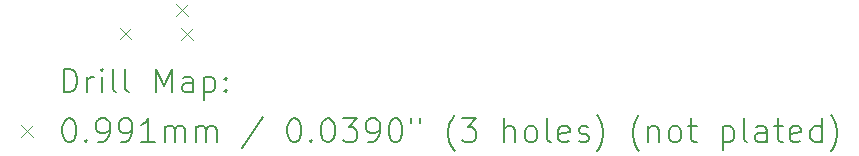
<source format=gbr>
%TF.GenerationSoftware,KiCad,Pcbnew,7.0.8*%
%TF.CreationDate,2023-10-18T19:22:32-04:00*%
%TF.ProjectId,lemon-pepper,6c656d6f-6e2d-4706-9570-7065722e6b69,rev?*%
%TF.SameCoordinates,Original*%
%TF.FileFunction,Drillmap*%
%TF.FilePolarity,Positive*%
%FSLAX45Y45*%
G04 Gerber Fmt 4.5, Leading zero omitted, Abs format (unit mm)*
G04 Created by KiCad (PCBNEW 7.0.8) date 2023-10-18 19:22:32*
%MOMM*%
%LPD*%
G01*
G04 APERTURE LIST*
%ADD10C,0.200000*%
%ADD11C,0.099060*%
G04 APERTURE END LIST*
D10*
D11*
X13608637Y-10216436D02*
X13707697Y-10315496D01*
X13707697Y-10216436D02*
X13608637Y-10315496D01*
X14087917Y-10019771D02*
X14186977Y-10118831D01*
X14186977Y-10019771D02*
X14087917Y-10118831D01*
X14126689Y-10219238D02*
X14225749Y-10318298D01*
X14225749Y-10219238D02*
X14126689Y-10318298D01*
D10*
X13133277Y-10766484D02*
X13133277Y-10566484D01*
X13133277Y-10566484D02*
X13180896Y-10566484D01*
X13180896Y-10566484D02*
X13209467Y-10576008D01*
X13209467Y-10576008D02*
X13228515Y-10595055D01*
X13228515Y-10595055D02*
X13238039Y-10614103D01*
X13238039Y-10614103D02*
X13247562Y-10652198D01*
X13247562Y-10652198D02*
X13247562Y-10680770D01*
X13247562Y-10680770D02*
X13238039Y-10718865D01*
X13238039Y-10718865D02*
X13228515Y-10737912D01*
X13228515Y-10737912D02*
X13209467Y-10756960D01*
X13209467Y-10756960D02*
X13180896Y-10766484D01*
X13180896Y-10766484D02*
X13133277Y-10766484D01*
X13333277Y-10766484D02*
X13333277Y-10633150D01*
X13333277Y-10671246D02*
X13342801Y-10652198D01*
X13342801Y-10652198D02*
X13352324Y-10642674D01*
X13352324Y-10642674D02*
X13371372Y-10633150D01*
X13371372Y-10633150D02*
X13390420Y-10633150D01*
X13457086Y-10766484D02*
X13457086Y-10633150D01*
X13457086Y-10566484D02*
X13447562Y-10576008D01*
X13447562Y-10576008D02*
X13457086Y-10585531D01*
X13457086Y-10585531D02*
X13466610Y-10576008D01*
X13466610Y-10576008D02*
X13457086Y-10566484D01*
X13457086Y-10566484D02*
X13457086Y-10585531D01*
X13580896Y-10766484D02*
X13561848Y-10756960D01*
X13561848Y-10756960D02*
X13552324Y-10737912D01*
X13552324Y-10737912D02*
X13552324Y-10566484D01*
X13685658Y-10766484D02*
X13666610Y-10756960D01*
X13666610Y-10756960D02*
X13657086Y-10737912D01*
X13657086Y-10737912D02*
X13657086Y-10566484D01*
X13914229Y-10766484D02*
X13914229Y-10566484D01*
X13914229Y-10566484D02*
X13980896Y-10709341D01*
X13980896Y-10709341D02*
X14047562Y-10566484D01*
X14047562Y-10566484D02*
X14047562Y-10766484D01*
X14228515Y-10766484D02*
X14228515Y-10661722D01*
X14228515Y-10661722D02*
X14218991Y-10642674D01*
X14218991Y-10642674D02*
X14199943Y-10633150D01*
X14199943Y-10633150D02*
X14161848Y-10633150D01*
X14161848Y-10633150D02*
X14142801Y-10642674D01*
X14228515Y-10756960D02*
X14209467Y-10766484D01*
X14209467Y-10766484D02*
X14161848Y-10766484D01*
X14161848Y-10766484D02*
X14142801Y-10756960D01*
X14142801Y-10756960D02*
X14133277Y-10737912D01*
X14133277Y-10737912D02*
X14133277Y-10718865D01*
X14133277Y-10718865D02*
X14142801Y-10699817D01*
X14142801Y-10699817D02*
X14161848Y-10690293D01*
X14161848Y-10690293D02*
X14209467Y-10690293D01*
X14209467Y-10690293D02*
X14228515Y-10680770D01*
X14323753Y-10633150D02*
X14323753Y-10833150D01*
X14323753Y-10642674D02*
X14342801Y-10633150D01*
X14342801Y-10633150D02*
X14380896Y-10633150D01*
X14380896Y-10633150D02*
X14399943Y-10642674D01*
X14399943Y-10642674D02*
X14409467Y-10652198D01*
X14409467Y-10652198D02*
X14418991Y-10671246D01*
X14418991Y-10671246D02*
X14418991Y-10728389D01*
X14418991Y-10728389D02*
X14409467Y-10747436D01*
X14409467Y-10747436D02*
X14399943Y-10756960D01*
X14399943Y-10756960D02*
X14380896Y-10766484D01*
X14380896Y-10766484D02*
X14342801Y-10766484D01*
X14342801Y-10766484D02*
X14323753Y-10756960D01*
X14504705Y-10747436D02*
X14514229Y-10756960D01*
X14514229Y-10756960D02*
X14504705Y-10766484D01*
X14504705Y-10766484D02*
X14495182Y-10756960D01*
X14495182Y-10756960D02*
X14504705Y-10747436D01*
X14504705Y-10747436D02*
X14504705Y-10766484D01*
X14504705Y-10642674D02*
X14514229Y-10652198D01*
X14514229Y-10652198D02*
X14504705Y-10661722D01*
X14504705Y-10661722D02*
X14495182Y-10652198D01*
X14495182Y-10652198D02*
X14504705Y-10642674D01*
X14504705Y-10642674D02*
X14504705Y-10661722D01*
D11*
X12773440Y-11045470D02*
X12872500Y-11144530D01*
X12872500Y-11045470D02*
X12773440Y-11144530D01*
D10*
X13171372Y-10986484D02*
X13190420Y-10986484D01*
X13190420Y-10986484D02*
X13209467Y-10996008D01*
X13209467Y-10996008D02*
X13218991Y-11005531D01*
X13218991Y-11005531D02*
X13228515Y-11024579D01*
X13228515Y-11024579D02*
X13238039Y-11062674D01*
X13238039Y-11062674D02*
X13238039Y-11110293D01*
X13238039Y-11110293D02*
X13228515Y-11148389D01*
X13228515Y-11148389D02*
X13218991Y-11167436D01*
X13218991Y-11167436D02*
X13209467Y-11176960D01*
X13209467Y-11176960D02*
X13190420Y-11186484D01*
X13190420Y-11186484D02*
X13171372Y-11186484D01*
X13171372Y-11186484D02*
X13152324Y-11176960D01*
X13152324Y-11176960D02*
X13142801Y-11167436D01*
X13142801Y-11167436D02*
X13133277Y-11148389D01*
X13133277Y-11148389D02*
X13123753Y-11110293D01*
X13123753Y-11110293D02*
X13123753Y-11062674D01*
X13123753Y-11062674D02*
X13133277Y-11024579D01*
X13133277Y-11024579D02*
X13142801Y-11005531D01*
X13142801Y-11005531D02*
X13152324Y-10996008D01*
X13152324Y-10996008D02*
X13171372Y-10986484D01*
X13323753Y-11167436D02*
X13333277Y-11176960D01*
X13333277Y-11176960D02*
X13323753Y-11186484D01*
X13323753Y-11186484D02*
X13314229Y-11176960D01*
X13314229Y-11176960D02*
X13323753Y-11167436D01*
X13323753Y-11167436D02*
X13323753Y-11186484D01*
X13428515Y-11186484D02*
X13466610Y-11186484D01*
X13466610Y-11186484D02*
X13485658Y-11176960D01*
X13485658Y-11176960D02*
X13495182Y-11167436D01*
X13495182Y-11167436D02*
X13514229Y-11138865D01*
X13514229Y-11138865D02*
X13523753Y-11100770D01*
X13523753Y-11100770D02*
X13523753Y-11024579D01*
X13523753Y-11024579D02*
X13514229Y-11005531D01*
X13514229Y-11005531D02*
X13504705Y-10996008D01*
X13504705Y-10996008D02*
X13485658Y-10986484D01*
X13485658Y-10986484D02*
X13447562Y-10986484D01*
X13447562Y-10986484D02*
X13428515Y-10996008D01*
X13428515Y-10996008D02*
X13418991Y-11005531D01*
X13418991Y-11005531D02*
X13409467Y-11024579D01*
X13409467Y-11024579D02*
X13409467Y-11072198D01*
X13409467Y-11072198D02*
X13418991Y-11091246D01*
X13418991Y-11091246D02*
X13428515Y-11100770D01*
X13428515Y-11100770D02*
X13447562Y-11110293D01*
X13447562Y-11110293D02*
X13485658Y-11110293D01*
X13485658Y-11110293D02*
X13504705Y-11100770D01*
X13504705Y-11100770D02*
X13514229Y-11091246D01*
X13514229Y-11091246D02*
X13523753Y-11072198D01*
X13618991Y-11186484D02*
X13657086Y-11186484D01*
X13657086Y-11186484D02*
X13676134Y-11176960D01*
X13676134Y-11176960D02*
X13685658Y-11167436D01*
X13685658Y-11167436D02*
X13704705Y-11138865D01*
X13704705Y-11138865D02*
X13714229Y-11100770D01*
X13714229Y-11100770D02*
X13714229Y-11024579D01*
X13714229Y-11024579D02*
X13704705Y-11005531D01*
X13704705Y-11005531D02*
X13695182Y-10996008D01*
X13695182Y-10996008D02*
X13676134Y-10986484D01*
X13676134Y-10986484D02*
X13638039Y-10986484D01*
X13638039Y-10986484D02*
X13618991Y-10996008D01*
X13618991Y-10996008D02*
X13609467Y-11005531D01*
X13609467Y-11005531D02*
X13599943Y-11024579D01*
X13599943Y-11024579D02*
X13599943Y-11072198D01*
X13599943Y-11072198D02*
X13609467Y-11091246D01*
X13609467Y-11091246D02*
X13618991Y-11100770D01*
X13618991Y-11100770D02*
X13638039Y-11110293D01*
X13638039Y-11110293D02*
X13676134Y-11110293D01*
X13676134Y-11110293D02*
X13695182Y-11100770D01*
X13695182Y-11100770D02*
X13704705Y-11091246D01*
X13704705Y-11091246D02*
X13714229Y-11072198D01*
X13904705Y-11186484D02*
X13790420Y-11186484D01*
X13847562Y-11186484D02*
X13847562Y-10986484D01*
X13847562Y-10986484D02*
X13828515Y-11015055D01*
X13828515Y-11015055D02*
X13809467Y-11034103D01*
X13809467Y-11034103D02*
X13790420Y-11043627D01*
X13990420Y-11186484D02*
X13990420Y-11053150D01*
X13990420Y-11072198D02*
X13999943Y-11062674D01*
X13999943Y-11062674D02*
X14018991Y-11053150D01*
X14018991Y-11053150D02*
X14047563Y-11053150D01*
X14047563Y-11053150D02*
X14066610Y-11062674D01*
X14066610Y-11062674D02*
X14076134Y-11081722D01*
X14076134Y-11081722D02*
X14076134Y-11186484D01*
X14076134Y-11081722D02*
X14085658Y-11062674D01*
X14085658Y-11062674D02*
X14104705Y-11053150D01*
X14104705Y-11053150D02*
X14133277Y-11053150D01*
X14133277Y-11053150D02*
X14152324Y-11062674D01*
X14152324Y-11062674D02*
X14161848Y-11081722D01*
X14161848Y-11081722D02*
X14161848Y-11186484D01*
X14257086Y-11186484D02*
X14257086Y-11053150D01*
X14257086Y-11072198D02*
X14266610Y-11062674D01*
X14266610Y-11062674D02*
X14285658Y-11053150D01*
X14285658Y-11053150D02*
X14314229Y-11053150D01*
X14314229Y-11053150D02*
X14333277Y-11062674D01*
X14333277Y-11062674D02*
X14342801Y-11081722D01*
X14342801Y-11081722D02*
X14342801Y-11186484D01*
X14342801Y-11081722D02*
X14352324Y-11062674D01*
X14352324Y-11062674D02*
X14371372Y-11053150D01*
X14371372Y-11053150D02*
X14399943Y-11053150D01*
X14399943Y-11053150D02*
X14418991Y-11062674D01*
X14418991Y-11062674D02*
X14428515Y-11081722D01*
X14428515Y-11081722D02*
X14428515Y-11186484D01*
X14818991Y-10976960D02*
X14647563Y-11234103D01*
X15076134Y-10986484D02*
X15095182Y-10986484D01*
X15095182Y-10986484D02*
X15114229Y-10996008D01*
X15114229Y-10996008D02*
X15123753Y-11005531D01*
X15123753Y-11005531D02*
X15133277Y-11024579D01*
X15133277Y-11024579D02*
X15142801Y-11062674D01*
X15142801Y-11062674D02*
X15142801Y-11110293D01*
X15142801Y-11110293D02*
X15133277Y-11148389D01*
X15133277Y-11148389D02*
X15123753Y-11167436D01*
X15123753Y-11167436D02*
X15114229Y-11176960D01*
X15114229Y-11176960D02*
X15095182Y-11186484D01*
X15095182Y-11186484D02*
X15076134Y-11186484D01*
X15076134Y-11186484D02*
X15057086Y-11176960D01*
X15057086Y-11176960D02*
X15047563Y-11167436D01*
X15047563Y-11167436D02*
X15038039Y-11148389D01*
X15038039Y-11148389D02*
X15028515Y-11110293D01*
X15028515Y-11110293D02*
X15028515Y-11062674D01*
X15028515Y-11062674D02*
X15038039Y-11024579D01*
X15038039Y-11024579D02*
X15047563Y-11005531D01*
X15047563Y-11005531D02*
X15057086Y-10996008D01*
X15057086Y-10996008D02*
X15076134Y-10986484D01*
X15228515Y-11167436D02*
X15238039Y-11176960D01*
X15238039Y-11176960D02*
X15228515Y-11186484D01*
X15228515Y-11186484D02*
X15218991Y-11176960D01*
X15218991Y-11176960D02*
X15228515Y-11167436D01*
X15228515Y-11167436D02*
X15228515Y-11186484D01*
X15361848Y-10986484D02*
X15380896Y-10986484D01*
X15380896Y-10986484D02*
X15399944Y-10996008D01*
X15399944Y-10996008D02*
X15409467Y-11005531D01*
X15409467Y-11005531D02*
X15418991Y-11024579D01*
X15418991Y-11024579D02*
X15428515Y-11062674D01*
X15428515Y-11062674D02*
X15428515Y-11110293D01*
X15428515Y-11110293D02*
X15418991Y-11148389D01*
X15418991Y-11148389D02*
X15409467Y-11167436D01*
X15409467Y-11167436D02*
X15399944Y-11176960D01*
X15399944Y-11176960D02*
X15380896Y-11186484D01*
X15380896Y-11186484D02*
X15361848Y-11186484D01*
X15361848Y-11186484D02*
X15342801Y-11176960D01*
X15342801Y-11176960D02*
X15333277Y-11167436D01*
X15333277Y-11167436D02*
X15323753Y-11148389D01*
X15323753Y-11148389D02*
X15314229Y-11110293D01*
X15314229Y-11110293D02*
X15314229Y-11062674D01*
X15314229Y-11062674D02*
X15323753Y-11024579D01*
X15323753Y-11024579D02*
X15333277Y-11005531D01*
X15333277Y-11005531D02*
X15342801Y-10996008D01*
X15342801Y-10996008D02*
X15361848Y-10986484D01*
X15495182Y-10986484D02*
X15618991Y-10986484D01*
X15618991Y-10986484D02*
X15552325Y-11062674D01*
X15552325Y-11062674D02*
X15580896Y-11062674D01*
X15580896Y-11062674D02*
X15599944Y-11072198D01*
X15599944Y-11072198D02*
X15609467Y-11081722D01*
X15609467Y-11081722D02*
X15618991Y-11100770D01*
X15618991Y-11100770D02*
X15618991Y-11148389D01*
X15618991Y-11148389D02*
X15609467Y-11167436D01*
X15609467Y-11167436D02*
X15599944Y-11176960D01*
X15599944Y-11176960D02*
X15580896Y-11186484D01*
X15580896Y-11186484D02*
X15523753Y-11186484D01*
X15523753Y-11186484D02*
X15504706Y-11176960D01*
X15504706Y-11176960D02*
X15495182Y-11167436D01*
X15714229Y-11186484D02*
X15752325Y-11186484D01*
X15752325Y-11186484D02*
X15771372Y-11176960D01*
X15771372Y-11176960D02*
X15780896Y-11167436D01*
X15780896Y-11167436D02*
X15799944Y-11138865D01*
X15799944Y-11138865D02*
X15809467Y-11100770D01*
X15809467Y-11100770D02*
X15809467Y-11024579D01*
X15809467Y-11024579D02*
X15799944Y-11005531D01*
X15799944Y-11005531D02*
X15790420Y-10996008D01*
X15790420Y-10996008D02*
X15771372Y-10986484D01*
X15771372Y-10986484D02*
X15733277Y-10986484D01*
X15733277Y-10986484D02*
X15714229Y-10996008D01*
X15714229Y-10996008D02*
X15704706Y-11005531D01*
X15704706Y-11005531D02*
X15695182Y-11024579D01*
X15695182Y-11024579D02*
X15695182Y-11072198D01*
X15695182Y-11072198D02*
X15704706Y-11091246D01*
X15704706Y-11091246D02*
X15714229Y-11100770D01*
X15714229Y-11100770D02*
X15733277Y-11110293D01*
X15733277Y-11110293D02*
X15771372Y-11110293D01*
X15771372Y-11110293D02*
X15790420Y-11100770D01*
X15790420Y-11100770D02*
X15799944Y-11091246D01*
X15799944Y-11091246D02*
X15809467Y-11072198D01*
X15933277Y-10986484D02*
X15952325Y-10986484D01*
X15952325Y-10986484D02*
X15971372Y-10996008D01*
X15971372Y-10996008D02*
X15980896Y-11005531D01*
X15980896Y-11005531D02*
X15990420Y-11024579D01*
X15990420Y-11024579D02*
X15999944Y-11062674D01*
X15999944Y-11062674D02*
X15999944Y-11110293D01*
X15999944Y-11110293D02*
X15990420Y-11148389D01*
X15990420Y-11148389D02*
X15980896Y-11167436D01*
X15980896Y-11167436D02*
X15971372Y-11176960D01*
X15971372Y-11176960D02*
X15952325Y-11186484D01*
X15952325Y-11186484D02*
X15933277Y-11186484D01*
X15933277Y-11186484D02*
X15914229Y-11176960D01*
X15914229Y-11176960D02*
X15904706Y-11167436D01*
X15904706Y-11167436D02*
X15895182Y-11148389D01*
X15895182Y-11148389D02*
X15885658Y-11110293D01*
X15885658Y-11110293D02*
X15885658Y-11062674D01*
X15885658Y-11062674D02*
X15895182Y-11024579D01*
X15895182Y-11024579D02*
X15904706Y-11005531D01*
X15904706Y-11005531D02*
X15914229Y-10996008D01*
X15914229Y-10996008D02*
X15933277Y-10986484D01*
X16076134Y-10986484D02*
X16076134Y-11024579D01*
X16152325Y-10986484D02*
X16152325Y-11024579D01*
X16447563Y-11262674D02*
X16438039Y-11253150D01*
X16438039Y-11253150D02*
X16418991Y-11224579D01*
X16418991Y-11224579D02*
X16409468Y-11205531D01*
X16409468Y-11205531D02*
X16399944Y-11176960D01*
X16399944Y-11176960D02*
X16390420Y-11129341D01*
X16390420Y-11129341D02*
X16390420Y-11091246D01*
X16390420Y-11091246D02*
X16399944Y-11043627D01*
X16399944Y-11043627D02*
X16409468Y-11015055D01*
X16409468Y-11015055D02*
X16418991Y-10996008D01*
X16418991Y-10996008D02*
X16438039Y-10967436D01*
X16438039Y-10967436D02*
X16447563Y-10957912D01*
X16504706Y-10986484D02*
X16628515Y-10986484D01*
X16628515Y-10986484D02*
X16561848Y-11062674D01*
X16561848Y-11062674D02*
X16590420Y-11062674D01*
X16590420Y-11062674D02*
X16609468Y-11072198D01*
X16609468Y-11072198D02*
X16618991Y-11081722D01*
X16618991Y-11081722D02*
X16628515Y-11100770D01*
X16628515Y-11100770D02*
X16628515Y-11148389D01*
X16628515Y-11148389D02*
X16618991Y-11167436D01*
X16618991Y-11167436D02*
X16609468Y-11176960D01*
X16609468Y-11176960D02*
X16590420Y-11186484D01*
X16590420Y-11186484D02*
X16533277Y-11186484D01*
X16533277Y-11186484D02*
X16514229Y-11176960D01*
X16514229Y-11176960D02*
X16504706Y-11167436D01*
X16866611Y-11186484D02*
X16866611Y-10986484D01*
X16952325Y-11186484D02*
X16952325Y-11081722D01*
X16952325Y-11081722D02*
X16942801Y-11062674D01*
X16942801Y-11062674D02*
X16923753Y-11053150D01*
X16923753Y-11053150D02*
X16895182Y-11053150D01*
X16895182Y-11053150D02*
X16876134Y-11062674D01*
X16876134Y-11062674D02*
X16866611Y-11072198D01*
X17076134Y-11186484D02*
X17057087Y-11176960D01*
X17057087Y-11176960D02*
X17047563Y-11167436D01*
X17047563Y-11167436D02*
X17038039Y-11148389D01*
X17038039Y-11148389D02*
X17038039Y-11091246D01*
X17038039Y-11091246D02*
X17047563Y-11072198D01*
X17047563Y-11072198D02*
X17057087Y-11062674D01*
X17057087Y-11062674D02*
X17076134Y-11053150D01*
X17076134Y-11053150D02*
X17104706Y-11053150D01*
X17104706Y-11053150D02*
X17123753Y-11062674D01*
X17123753Y-11062674D02*
X17133277Y-11072198D01*
X17133277Y-11072198D02*
X17142801Y-11091246D01*
X17142801Y-11091246D02*
X17142801Y-11148389D01*
X17142801Y-11148389D02*
X17133277Y-11167436D01*
X17133277Y-11167436D02*
X17123753Y-11176960D01*
X17123753Y-11176960D02*
X17104706Y-11186484D01*
X17104706Y-11186484D02*
X17076134Y-11186484D01*
X17257087Y-11186484D02*
X17238039Y-11176960D01*
X17238039Y-11176960D02*
X17228515Y-11157912D01*
X17228515Y-11157912D02*
X17228515Y-10986484D01*
X17409468Y-11176960D02*
X17390420Y-11186484D01*
X17390420Y-11186484D02*
X17352325Y-11186484D01*
X17352325Y-11186484D02*
X17333277Y-11176960D01*
X17333277Y-11176960D02*
X17323753Y-11157912D01*
X17323753Y-11157912D02*
X17323753Y-11081722D01*
X17323753Y-11081722D02*
X17333277Y-11062674D01*
X17333277Y-11062674D02*
X17352325Y-11053150D01*
X17352325Y-11053150D02*
X17390420Y-11053150D01*
X17390420Y-11053150D02*
X17409468Y-11062674D01*
X17409468Y-11062674D02*
X17418992Y-11081722D01*
X17418992Y-11081722D02*
X17418992Y-11100770D01*
X17418992Y-11100770D02*
X17323753Y-11119817D01*
X17495182Y-11176960D02*
X17514230Y-11186484D01*
X17514230Y-11186484D02*
X17552325Y-11186484D01*
X17552325Y-11186484D02*
X17571373Y-11176960D01*
X17571373Y-11176960D02*
X17580896Y-11157912D01*
X17580896Y-11157912D02*
X17580896Y-11148389D01*
X17580896Y-11148389D02*
X17571373Y-11129341D01*
X17571373Y-11129341D02*
X17552325Y-11119817D01*
X17552325Y-11119817D02*
X17523753Y-11119817D01*
X17523753Y-11119817D02*
X17504706Y-11110293D01*
X17504706Y-11110293D02*
X17495182Y-11091246D01*
X17495182Y-11091246D02*
X17495182Y-11081722D01*
X17495182Y-11081722D02*
X17504706Y-11062674D01*
X17504706Y-11062674D02*
X17523753Y-11053150D01*
X17523753Y-11053150D02*
X17552325Y-11053150D01*
X17552325Y-11053150D02*
X17571373Y-11062674D01*
X17647563Y-11262674D02*
X17657087Y-11253150D01*
X17657087Y-11253150D02*
X17676134Y-11224579D01*
X17676134Y-11224579D02*
X17685658Y-11205531D01*
X17685658Y-11205531D02*
X17695182Y-11176960D01*
X17695182Y-11176960D02*
X17704706Y-11129341D01*
X17704706Y-11129341D02*
X17704706Y-11091246D01*
X17704706Y-11091246D02*
X17695182Y-11043627D01*
X17695182Y-11043627D02*
X17685658Y-11015055D01*
X17685658Y-11015055D02*
X17676134Y-10996008D01*
X17676134Y-10996008D02*
X17657087Y-10967436D01*
X17657087Y-10967436D02*
X17647563Y-10957912D01*
X18009468Y-11262674D02*
X17999944Y-11253150D01*
X17999944Y-11253150D02*
X17980896Y-11224579D01*
X17980896Y-11224579D02*
X17971373Y-11205531D01*
X17971373Y-11205531D02*
X17961849Y-11176960D01*
X17961849Y-11176960D02*
X17952325Y-11129341D01*
X17952325Y-11129341D02*
X17952325Y-11091246D01*
X17952325Y-11091246D02*
X17961849Y-11043627D01*
X17961849Y-11043627D02*
X17971373Y-11015055D01*
X17971373Y-11015055D02*
X17980896Y-10996008D01*
X17980896Y-10996008D02*
X17999944Y-10967436D01*
X17999944Y-10967436D02*
X18009468Y-10957912D01*
X18085658Y-11053150D02*
X18085658Y-11186484D01*
X18085658Y-11072198D02*
X18095182Y-11062674D01*
X18095182Y-11062674D02*
X18114230Y-11053150D01*
X18114230Y-11053150D02*
X18142801Y-11053150D01*
X18142801Y-11053150D02*
X18161849Y-11062674D01*
X18161849Y-11062674D02*
X18171373Y-11081722D01*
X18171373Y-11081722D02*
X18171373Y-11186484D01*
X18295182Y-11186484D02*
X18276134Y-11176960D01*
X18276134Y-11176960D02*
X18266611Y-11167436D01*
X18266611Y-11167436D02*
X18257087Y-11148389D01*
X18257087Y-11148389D02*
X18257087Y-11091246D01*
X18257087Y-11091246D02*
X18266611Y-11072198D01*
X18266611Y-11072198D02*
X18276134Y-11062674D01*
X18276134Y-11062674D02*
X18295182Y-11053150D01*
X18295182Y-11053150D02*
X18323754Y-11053150D01*
X18323754Y-11053150D02*
X18342801Y-11062674D01*
X18342801Y-11062674D02*
X18352325Y-11072198D01*
X18352325Y-11072198D02*
X18361849Y-11091246D01*
X18361849Y-11091246D02*
X18361849Y-11148389D01*
X18361849Y-11148389D02*
X18352325Y-11167436D01*
X18352325Y-11167436D02*
X18342801Y-11176960D01*
X18342801Y-11176960D02*
X18323754Y-11186484D01*
X18323754Y-11186484D02*
X18295182Y-11186484D01*
X18418992Y-11053150D02*
X18495182Y-11053150D01*
X18447563Y-10986484D02*
X18447563Y-11157912D01*
X18447563Y-11157912D02*
X18457087Y-11176960D01*
X18457087Y-11176960D02*
X18476134Y-11186484D01*
X18476134Y-11186484D02*
X18495182Y-11186484D01*
X18714230Y-11053150D02*
X18714230Y-11253150D01*
X18714230Y-11062674D02*
X18733277Y-11053150D01*
X18733277Y-11053150D02*
X18771373Y-11053150D01*
X18771373Y-11053150D02*
X18790420Y-11062674D01*
X18790420Y-11062674D02*
X18799944Y-11072198D01*
X18799944Y-11072198D02*
X18809468Y-11091246D01*
X18809468Y-11091246D02*
X18809468Y-11148389D01*
X18809468Y-11148389D02*
X18799944Y-11167436D01*
X18799944Y-11167436D02*
X18790420Y-11176960D01*
X18790420Y-11176960D02*
X18771373Y-11186484D01*
X18771373Y-11186484D02*
X18733277Y-11186484D01*
X18733277Y-11186484D02*
X18714230Y-11176960D01*
X18923754Y-11186484D02*
X18904706Y-11176960D01*
X18904706Y-11176960D02*
X18895182Y-11157912D01*
X18895182Y-11157912D02*
X18895182Y-10986484D01*
X19085658Y-11186484D02*
X19085658Y-11081722D01*
X19085658Y-11081722D02*
X19076135Y-11062674D01*
X19076135Y-11062674D02*
X19057087Y-11053150D01*
X19057087Y-11053150D02*
X19018992Y-11053150D01*
X19018992Y-11053150D02*
X18999944Y-11062674D01*
X19085658Y-11176960D02*
X19066611Y-11186484D01*
X19066611Y-11186484D02*
X19018992Y-11186484D01*
X19018992Y-11186484D02*
X18999944Y-11176960D01*
X18999944Y-11176960D02*
X18990420Y-11157912D01*
X18990420Y-11157912D02*
X18990420Y-11138865D01*
X18990420Y-11138865D02*
X18999944Y-11119817D01*
X18999944Y-11119817D02*
X19018992Y-11110293D01*
X19018992Y-11110293D02*
X19066611Y-11110293D01*
X19066611Y-11110293D02*
X19085658Y-11100770D01*
X19152325Y-11053150D02*
X19228515Y-11053150D01*
X19180896Y-10986484D02*
X19180896Y-11157912D01*
X19180896Y-11157912D02*
X19190420Y-11176960D01*
X19190420Y-11176960D02*
X19209468Y-11186484D01*
X19209468Y-11186484D02*
X19228515Y-11186484D01*
X19371373Y-11176960D02*
X19352325Y-11186484D01*
X19352325Y-11186484D02*
X19314230Y-11186484D01*
X19314230Y-11186484D02*
X19295182Y-11176960D01*
X19295182Y-11176960D02*
X19285658Y-11157912D01*
X19285658Y-11157912D02*
X19285658Y-11081722D01*
X19285658Y-11081722D02*
X19295182Y-11062674D01*
X19295182Y-11062674D02*
X19314230Y-11053150D01*
X19314230Y-11053150D02*
X19352325Y-11053150D01*
X19352325Y-11053150D02*
X19371373Y-11062674D01*
X19371373Y-11062674D02*
X19380896Y-11081722D01*
X19380896Y-11081722D02*
X19380896Y-11100770D01*
X19380896Y-11100770D02*
X19285658Y-11119817D01*
X19552325Y-11186484D02*
X19552325Y-10986484D01*
X19552325Y-11176960D02*
X19533277Y-11186484D01*
X19533277Y-11186484D02*
X19495182Y-11186484D01*
X19495182Y-11186484D02*
X19476135Y-11176960D01*
X19476135Y-11176960D02*
X19466611Y-11167436D01*
X19466611Y-11167436D02*
X19457087Y-11148389D01*
X19457087Y-11148389D02*
X19457087Y-11091246D01*
X19457087Y-11091246D02*
X19466611Y-11072198D01*
X19466611Y-11072198D02*
X19476135Y-11062674D01*
X19476135Y-11062674D02*
X19495182Y-11053150D01*
X19495182Y-11053150D02*
X19533277Y-11053150D01*
X19533277Y-11053150D02*
X19552325Y-11062674D01*
X19628516Y-11262674D02*
X19638039Y-11253150D01*
X19638039Y-11253150D02*
X19657087Y-11224579D01*
X19657087Y-11224579D02*
X19666611Y-11205531D01*
X19666611Y-11205531D02*
X19676135Y-11176960D01*
X19676135Y-11176960D02*
X19685658Y-11129341D01*
X19685658Y-11129341D02*
X19685658Y-11091246D01*
X19685658Y-11091246D02*
X19676135Y-11043627D01*
X19676135Y-11043627D02*
X19666611Y-11015055D01*
X19666611Y-11015055D02*
X19657087Y-10996008D01*
X19657087Y-10996008D02*
X19638039Y-10967436D01*
X19638039Y-10967436D02*
X19628516Y-10957912D01*
M02*

</source>
